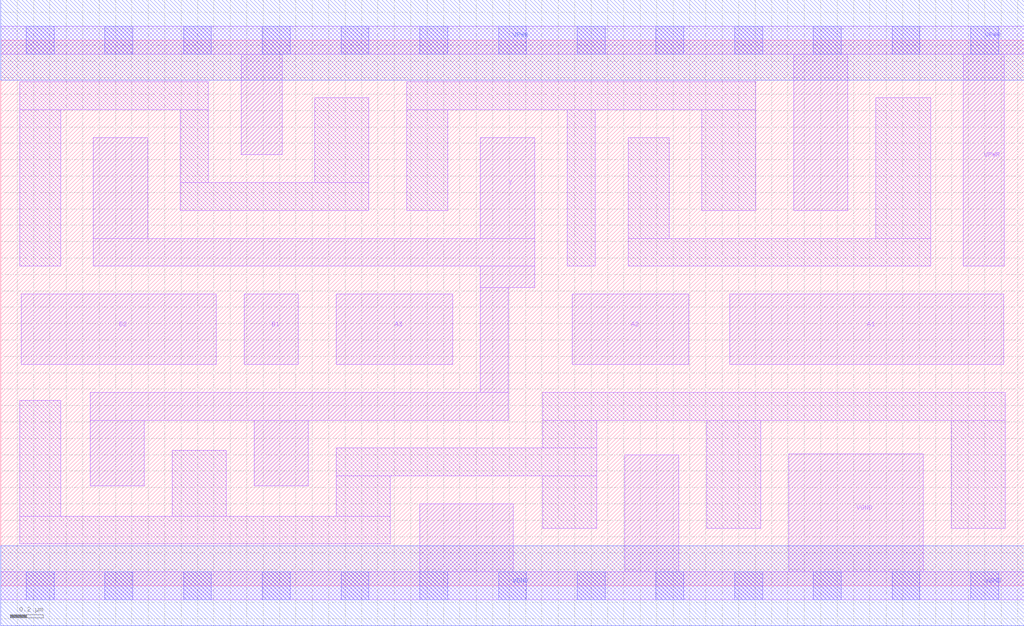
<source format=lef>
# Copyright 2020 The SkyWater PDK Authors
#
# Licensed under the Apache License, Version 2.0 (the "License");
# you may not use this file except in compliance with the License.
# You may obtain a copy of the License at
#
#     https://www.apache.org/licenses/LICENSE-2.0
#
# Unless required by applicable law or agreed to in writing, software
# distributed under the License is distributed on an "AS IS" BASIS,
# WITHOUT WARRANTIES OR CONDITIONS OF ANY KIND, either express or implied.
# See the License for the specific language governing permissions and
# limitations under the License.
#
# SPDX-License-Identifier: Apache-2.0

VERSION 5.7 ;
  NAMESCASESENSITIVE ON ;
  NOWIREEXTENSIONATPIN ON ;
  DIVIDERCHAR "/" ;
  BUSBITCHARS "[]" ;
UNITS
  DATABASE MICRONS 200 ;
END UNITS
MACRO sky130_fd_sc_ls__o32ai_2
  CLASS CORE ;
  SOURCE USER ;
  FOREIGN sky130_fd_sc_ls__o32ai_2 ;
  ORIGIN  0.000000  0.000000 ;
  SIZE  6.240000 BY  3.330000 ;
  SYMMETRY X Y ;
  SITE unit ;
  PIN A1
    ANTENNAGATEAREA  0.558000 ;
    DIRECTION INPUT ;
    USE SIGNAL ;
    PORT
      LAYER li1 ;
        RECT 4.445000 1.350000 6.115000 1.780000 ;
    END
  END A1
  PIN A2
    ANTENNAGATEAREA  0.558000 ;
    DIRECTION INPUT ;
    USE SIGNAL ;
    PORT
      LAYER li1 ;
        RECT 3.485000 1.350000 4.195000 1.780000 ;
    END
  END A2
  PIN A3
    ANTENNAGATEAREA  0.558000 ;
    DIRECTION INPUT ;
    USE SIGNAL ;
    PORT
      LAYER li1 ;
        RECT 2.045000 1.350000 2.755000 1.780000 ;
    END
  END A3
  PIN B1
    ANTENNAGATEAREA  0.558000 ;
    DIRECTION INPUT ;
    USE SIGNAL ;
    PORT
      LAYER li1 ;
        RECT 1.485000 1.350000 1.815000 1.780000 ;
    END
  END B1
  PIN B2
    ANTENNAGATEAREA  0.558000 ;
    DIRECTION INPUT ;
    USE SIGNAL ;
    PORT
      LAYER li1 ;
        RECT 0.125000 1.350000 1.315000 1.780000 ;
    END
  END B2
  PIN Y
    ANTENNADIFFAREA  1.138200 ;
    DIRECTION OUTPUT ;
    USE SIGNAL ;
    PORT
      LAYER li1 ;
        RECT 0.545000 0.610000 0.875000 1.010000 ;
        RECT 0.545000 1.010000 3.095000 1.180000 ;
        RECT 0.565000 1.950000 3.255000 2.120000 ;
        RECT 0.565000 2.120000 0.895000 2.735000 ;
        RECT 1.545000 0.610000 1.875000 1.010000 ;
        RECT 2.925000 1.180000 3.095000 1.820000 ;
        RECT 2.925000 1.820000 3.255000 1.950000 ;
        RECT 2.925000 2.120000 3.255000 2.735000 ;
    END
  END Y
  PIN VGND
    DIRECTION INOUT ;
    SHAPE ABUTMENT ;
    USE GROUND ;
    PORT
      LAYER li1 ;
        RECT 0.000000 -0.085000 6.240000 0.085000 ;
        RECT 2.555000  0.085000 3.125000 0.500000 ;
        RECT 3.805000  0.085000 4.135000 0.800000 ;
        RECT 4.805000  0.085000 5.625000 0.805000 ;
      LAYER mcon ;
        RECT 0.155000 -0.085000 0.325000 0.085000 ;
        RECT 0.635000 -0.085000 0.805000 0.085000 ;
        RECT 1.115000 -0.085000 1.285000 0.085000 ;
        RECT 1.595000 -0.085000 1.765000 0.085000 ;
        RECT 2.075000 -0.085000 2.245000 0.085000 ;
        RECT 2.555000 -0.085000 2.725000 0.085000 ;
        RECT 3.035000 -0.085000 3.205000 0.085000 ;
        RECT 3.515000 -0.085000 3.685000 0.085000 ;
        RECT 3.995000 -0.085000 4.165000 0.085000 ;
        RECT 4.475000 -0.085000 4.645000 0.085000 ;
        RECT 4.955000 -0.085000 5.125000 0.085000 ;
        RECT 5.435000 -0.085000 5.605000 0.085000 ;
        RECT 5.915000 -0.085000 6.085000 0.085000 ;
      LAYER met1 ;
        RECT 0.000000 -0.245000 6.240000 0.245000 ;
    END
  END VGND
  PIN VPWR
    DIRECTION INOUT ;
    SHAPE ABUTMENT ;
    USE POWER ;
    PORT
      LAYER li1 ;
        RECT 0.000000 3.245000 6.240000 3.415000 ;
        RECT 1.465000 2.630000 1.715000 3.245000 ;
        RECT 4.835000 2.290000 5.165000 3.245000 ;
        RECT 5.870000 1.950000 6.120000 3.245000 ;
      LAYER mcon ;
        RECT 0.155000 3.245000 0.325000 3.415000 ;
        RECT 0.635000 3.245000 0.805000 3.415000 ;
        RECT 1.115000 3.245000 1.285000 3.415000 ;
        RECT 1.595000 3.245000 1.765000 3.415000 ;
        RECT 2.075000 3.245000 2.245000 3.415000 ;
        RECT 2.555000 3.245000 2.725000 3.415000 ;
        RECT 3.035000 3.245000 3.205000 3.415000 ;
        RECT 3.515000 3.245000 3.685000 3.415000 ;
        RECT 3.995000 3.245000 4.165000 3.415000 ;
        RECT 4.475000 3.245000 4.645000 3.415000 ;
        RECT 4.955000 3.245000 5.125000 3.415000 ;
        RECT 5.435000 3.245000 5.605000 3.415000 ;
        RECT 5.915000 3.245000 6.085000 3.415000 ;
      LAYER met1 ;
        RECT 0.000000 3.085000 6.240000 3.575000 ;
    END
  END VPWR
  OBS
    LAYER li1 ;
      RECT 0.115000 0.255000 2.375000 0.425000 ;
      RECT 0.115000 0.425000 0.365000 1.130000 ;
      RECT 0.115000 1.950000 0.365000 2.905000 ;
      RECT 0.115000 2.905000 1.265000 3.075000 ;
      RECT 1.045000 0.425000 1.375000 0.825000 ;
      RECT 1.095000 2.290000 2.245000 2.460000 ;
      RECT 1.095000 2.460000 1.265000 2.905000 ;
      RECT 1.915000 2.460000 2.245000 2.980000 ;
      RECT 2.045000 0.425000 2.375000 0.670000 ;
      RECT 2.045000 0.670000 3.635000 0.840000 ;
      RECT 2.475000 2.290000 2.725000 2.905000 ;
      RECT 2.475000 2.905000 4.605000 3.075000 ;
      RECT 3.305000 0.350000 3.635000 0.670000 ;
      RECT 3.305000 0.840000 3.635000 1.010000 ;
      RECT 3.305000 1.010000 6.125000 1.180000 ;
      RECT 3.455000 1.950000 3.625000 2.905000 ;
      RECT 3.825000 1.950000 5.670000 2.120000 ;
      RECT 3.825000 2.120000 4.075000 2.735000 ;
      RECT 4.275000 2.290000 4.605000 2.905000 ;
      RECT 4.305000 0.350000 4.635000 1.010000 ;
      RECT 5.335000 2.120000 5.670000 2.980000 ;
      RECT 5.795000 0.350000 6.125000 1.010000 ;
  END
END sky130_fd_sc_ls__o32ai_2

</source>
